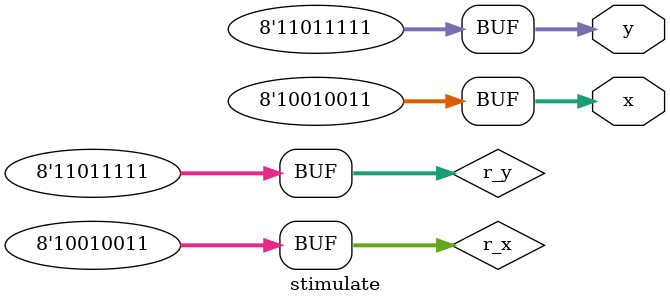
<source format=v>
`timescale 1ns / 1ps

// Generacja wektorów testowyxh
module stimulate
#(parameter N=8)
(
output [N-1:0] x,
output [N-1:0] y
);

// zainicjowanie rejestrów wartoci¹ 0
reg [N-1:0] r_x = 0;
reg [N-1:0] r_y = 0;

initial
    begin
    // Wektor sprawdzaj¹cy, czy na wyjciu dostaniemy 0 - sprawdzenie ogólne
    #2; r_x=8'b00000000; r_y=8'b00000000;
    
    // Wektor sprawdzaj¹cy, czy na wyjciu dostaniemy 1 - sprawdzenie ogólne
    #2; r_x=8'b11111111; r_y=8'b11111111;
    
    // Sprawdzenie dzia³ania bramek dla 2 takich samych wartoci
    // wynik = 1
    #2; r_x=8'b01010101; r_y=8'b01010101;
    
    // Sprawdzenie pierwszej serii bramek OR oraz drugiej warstwy AND
    // Wynik = 0
    #2; r_x=8'b00110011; r_y=8'b00110011;
    
    // Sprawdzenie drugiej warsty bramek AND
    // Wynik = 1
    #2; r_x=8'b10101010; r_y=8'b10101010;
    
    // Sprawdzenie koñcowego OR
    // Wynik = 1
    #2; r_x=8'b11110000; r_y=8'b11110000;
    
    // Sprawdzenie dzia³ania pierwszego rzêdu OR oraz ostatniego OR
    // z wyzerowanim "prawej" strony
    // Wynik = 1
    #2; r_x=8'b11010000; r_y=8'b11010000;
    
    // Sprawdzenie pierwszej serii AND oraz uwzglêdnienie
    // bardziej skomplikowanej kombinacji 0 i 1
    // Wynik = 1
    #2; r_x=8'b10010011; r_y=8'b11011111;
    end

// przypisanie koñcowe
assign x = r_x;
assign y = r_y;

endmodule

</source>
